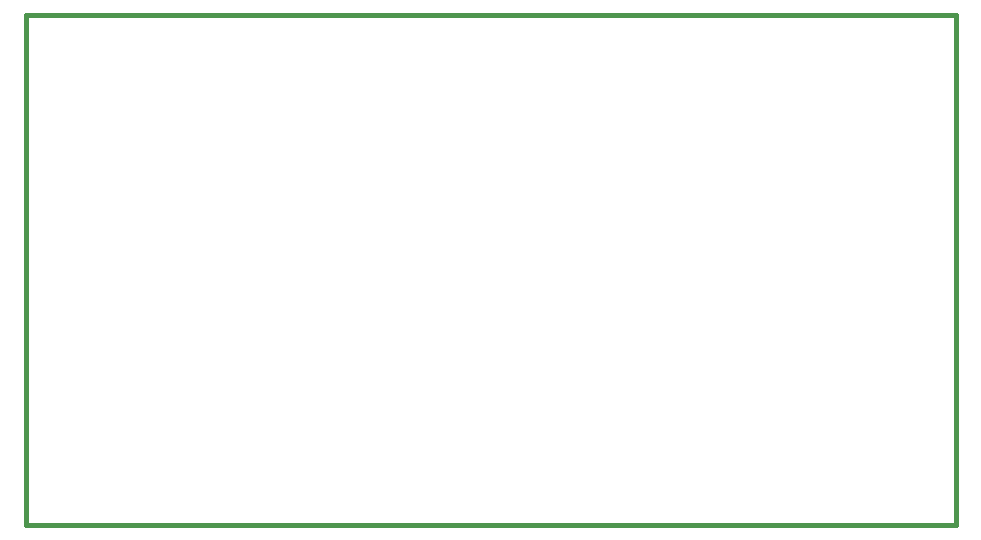
<source format=gbr>
G04 (created by PCBNEW-RS274X (2012-01-19 BZR 3256)-stable) date 4/10/2013 11:47:38 AM*
G01*
G70*
G90*
%MOIN*%
G04 Gerber Fmt 3.4, Leading zero omitted, Abs format*
%FSLAX34Y34*%
G04 APERTURE LIST*
%ADD10C,0.006000*%
%ADD11C,0.015000*%
G04 APERTURE END LIST*
G54D10*
G54D11*
X47000Y-57000D02*
X47000Y-40000D01*
X78000Y-57000D02*
X47000Y-57000D01*
X78000Y-40000D02*
X78000Y-57000D01*
X47000Y-40000D02*
X78000Y-40000D01*
M02*

</source>
